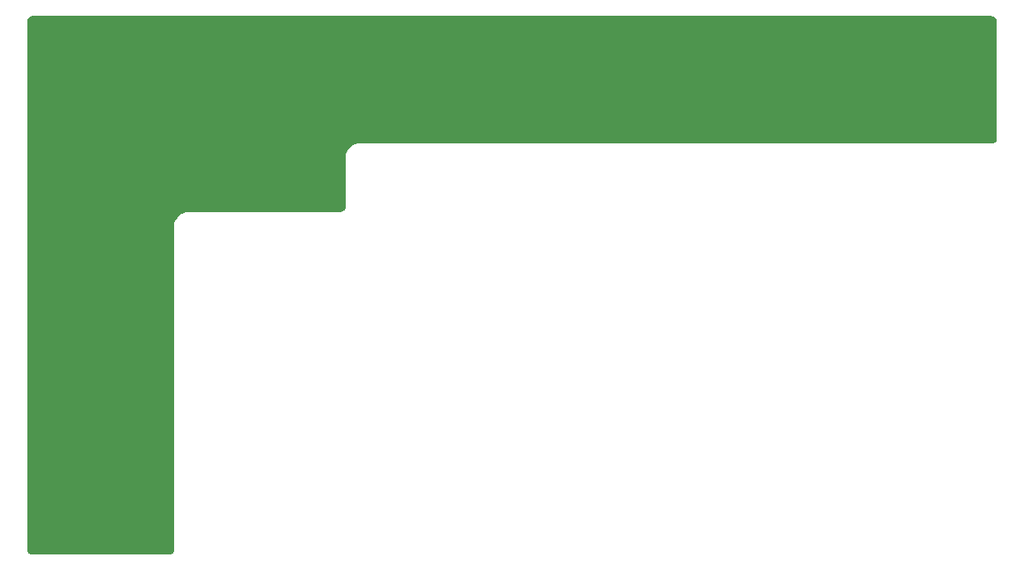
<source format=gbr>
%TF.GenerationSoftware,KiCad,Pcbnew,9.0.0*%
%TF.CreationDate,2025-07-17T14:07:15-07:00*%
%TF.ProjectId,TRL_fixture_JLC04161H-7628,54524c5f-6669-4787-9475-72655f4a4c43,rev?*%
%TF.SameCoordinates,Original*%
%TF.FileFunction,Copper,L2,Inr*%
%TF.FilePolarity,Positive*%
%FSLAX46Y46*%
G04 Gerber Fmt 4.6, Leading zero omitted, Abs format (unit mm)*
G04 Created by KiCad (PCBNEW 9.0.0) date 2025-07-17 14:07:15*
%MOMM*%
%LPD*%
G01*
G04 APERTURE LIST*
%TA.AperFunction,ViaPad*%
%ADD10C,0.600000*%
%TD*%
G04 APERTURE END LIST*
D10*
%TO.N,GND*%
X60000000Y-105000000D03*
X60000000Y-115000000D03*
X60000000Y-132500000D03*
X107000000Y-100000000D03*
X60000000Y-122500000D03*
X138250000Y-95000000D03*
X73000000Y-107500000D03*
X96500000Y-95000000D03*
X56000000Y-105000000D03*
X62500000Y-144750000D03*
X56000000Y-127500000D03*
X77000000Y-100000000D03*
X60000000Y-140000000D03*
X60000000Y-112500000D03*
X96750000Y-102500000D03*
X56000000Y-125000000D03*
X130750000Y-95000000D03*
X111000000Y-100000000D03*
X60000000Y-143500000D03*
X121250000Y-99000000D03*
X145000000Y-100000000D03*
X147500000Y-95000000D03*
X60000000Y-137500000D03*
X62500000Y-99000000D03*
X87250000Y-95000000D03*
X70000000Y-109750000D03*
X104250000Y-95000000D03*
X60000000Y-100000000D03*
X77000000Y-102500000D03*
X70000000Y-113750000D03*
X124000000Y-100000000D03*
X60000000Y-102500000D03*
X56000000Y-130000000D03*
X77000000Y-105250000D03*
X56000000Y-100000000D03*
X56000000Y-132500000D03*
X77000000Y-107500000D03*
X96750000Y-106500000D03*
X109000000Y-101750000D03*
X53500000Y-95000000D03*
X77000000Y-109500000D03*
X62500000Y-148750000D03*
X104250000Y-99000000D03*
X138250000Y-99000000D03*
X60000000Y-127500000D03*
X113500000Y-95000000D03*
X80000000Y-113750000D03*
X56000000Y-143500000D03*
X56000000Y-120000000D03*
X60000000Y-135000000D03*
X143000000Y-103250000D03*
X62500000Y-95000000D03*
X87250000Y-99000000D03*
X56000000Y-122500000D03*
X56000000Y-140000000D03*
X121250000Y-95000000D03*
X56000000Y-110000000D03*
X126000000Y-102750000D03*
X56000000Y-102500000D03*
X60000000Y-117500000D03*
X73000000Y-102500000D03*
X52750000Y-148750000D03*
X60000000Y-125000000D03*
X56000000Y-115000000D03*
X90000000Y-100000000D03*
X73000000Y-100000000D03*
X94000000Y-102250000D03*
X141000000Y-100000000D03*
X90000000Y-102250000D03*
X60000000Y-130000000D03*
X56000000Y-135000000D03*
X56000000Y-137500000D03*
X60000000Y-110000000D03*
X56000000Y-117500000D03*
X87250000Y-106500000D03*
X60000000Y-107500000D03*
X128000000Y-100000000D03*
X96500000Y-99000000D03*
X73000000Y-105250000D03*
X80000000Y-109750000D03*
X94000000Y-100000000D03*
X60000000Y-120000000D03*
X87250000Y-102500000D03*
X52750000Y-144750000D03*
X53500000Y-99000000D03*
X147500000Y-99000000D03*
X113500000Y-99000000D03*
X56000000Y-107500000D03*
X56000000Y-112500000D03*
X73000000Y-109500000D03*
X130750000Y-99000000D03*
%TD*%
%TA.AperFunction,Conductor*%
%TO.N,GND*%
G36*
X149006922Y-94501280D02*
G01*
X149097266Y-94511459D01*
X149124331Y-94517636D01*
X149203540Y-94545352D01*
X149228553Y-94557398D01*
X149299606Y-94602043D01*
X149321313Y-94619355D01*
X149380644Y-94678686D01*
X149397957Y-94700395D01*
X149442600Y-94771444D01*
X149454648Y-94796462D01*
X149482362Y-94875666D01*
X149488540Y-94902735D01*
X149498720Y-94993076D01*
X149499500Y-95006961D01*
X149499500Y-106993038D01*
X149498720Y-107006923D01*
X149488540Y-107097264D01*
X149482362Y-107124333D01*
X149454648Y-107203537D01*
X149442600Y-107228555D01*
X149397957Y-107299604D01*
X149380644Y-107321313D01*
X149321313Y-107380644D01*
X149299604Y-107397957D01*
X149228555Y-107442600D01*
X149203537Y-107454648D01*
X149124333Y-107482362D01*
X149097264Y-107488540D01*
X149017075Y-107497576D01*
X149006921Y-107498720D01*
X148993038Y-107499500D01*
X84392682Y-107499500D01*
X84180235Y-107530044D01*
X84180225Y-107530047D01*
X83974284Y-107590517D01*
X83779061Y-107679672D01*
X83779048Y-107679679D01*
X83598485Y-107795720D01*
X83436275Y-107936275D01*
X83295720Y-108098485D01*
X83179679Y-108279048D01*
X83179672Y-108279061D01*
X83090517Y-108474284D01*
X83030047Y-108680225D01*
X83030044Y-108680235D01*
X82999500Y-108892682D01*
X82999500Y-113993038D01*
X82998720Y-114006923D01*
X82988540Y-114097264D01*
X82982362Y-114124333D01*
X82954648Y-114203537D01*
X82942600Y-114228555D01*
X82897957Y-114299604D01*
X82880644Y-114321313D01*
X82821313Y-114380644D01*
X82799604Y-114397957D01*
X82728555Y-114442600D01*
X82703537Y-114454648D01*
X82624333Y-114482362D01*
X82597264Y-114488540D01*
X82517075Y-114497576D01*
X82506921Y-114498720D01*
X82493038Y-114499500D01*
X66892682Y-114499500D01*
X66680235Y-114530044D01*
X66680225Y-114530047D01*
X66474284Y-114590517D01*
X66279061Y-114679672D01*
X66279048Y-114679679D01*
X66098485Y-114795720D01*
X65936275Y-114936275D01*
X65795720Y-115098485D01*
X65679679Y-115279048D01*
X65679672Y-115279061D01*
X65590517Y-115474284D01*
X65530047Y-115680225D01*
X65530044Y-115680235D01*
X65499500Y-115892682D01*
X65499500Y-148993038D01*
X65498720Y-149006922D01*
X65498720Y-149006923D01*
X65488540Y-149097264D01*
X65482362Y-149124333D01*
X65454648Y-149203537D01*
X65442600Y-149228555D01*
X65397957Y-149299604D01*
X65380644Y-149321313D01*
X65321313Y-149380644D01*
X65299604Y-149397957D01*
X65228555Y-149442600D01*
X65203537Y-149454648D01*
X65124333Y-149482362D01*
X65097264Y-149488540D01*
X65017075Y-149497576D01*
X65006921Y-149498720D01*
X64993038Y-149499500D01*
X51006962Y-149499500D01*
X50993078Y-149498720D01*
X50980553Y-149497308D01*
X50902735Y-149488540D01*
X50875666Y-149482362D01*
X50796462Y-149454648D01*
X50771444Y-149442600D01*
X50700395Y-149397957D01*
X50678686Y-149380644D01*
X50619355Y-149321313D01*
X50602042Y-149299604D01*
X50557399Y-149228555D01*
X50545351Y-149203537D01*
X50517637Y-149124333D01*
X50511459Y-149097263D01*
X50501280Y-149006922D01*
X50500500Y-148993038D01*
X50500500Y-95006961D01*
X50501280Y-94993077D01*
X50501280Y-94993076D01*
X50511460Y-94902729D01*
X50517635Y-94875670D01*
X50545353Y-94796456D01*
X50557396Y-94771450D01*
X50602046Y-94700389D01*
X50619351Y-94678690D01*
X50678690Y-94619351D01*
X50700389Y-94602046D01*
X50771450Y-94557396D01*
X50796456Y-94545353D01*
X50875670Y-94517635D01*
X50902733Y-94511459D01*
X50965419Y-94504396D01*
X50993079Y-94501280D01*
X51006962Y-94500500D01*
X51065892Y-94500500D01*
X148934108Y-94500500D01*
X148993038Y-94500500D01*
X149006922Y-94501280D01*
G37*
%TD.AperFunction*%
%TD*%
M02*

</source>
